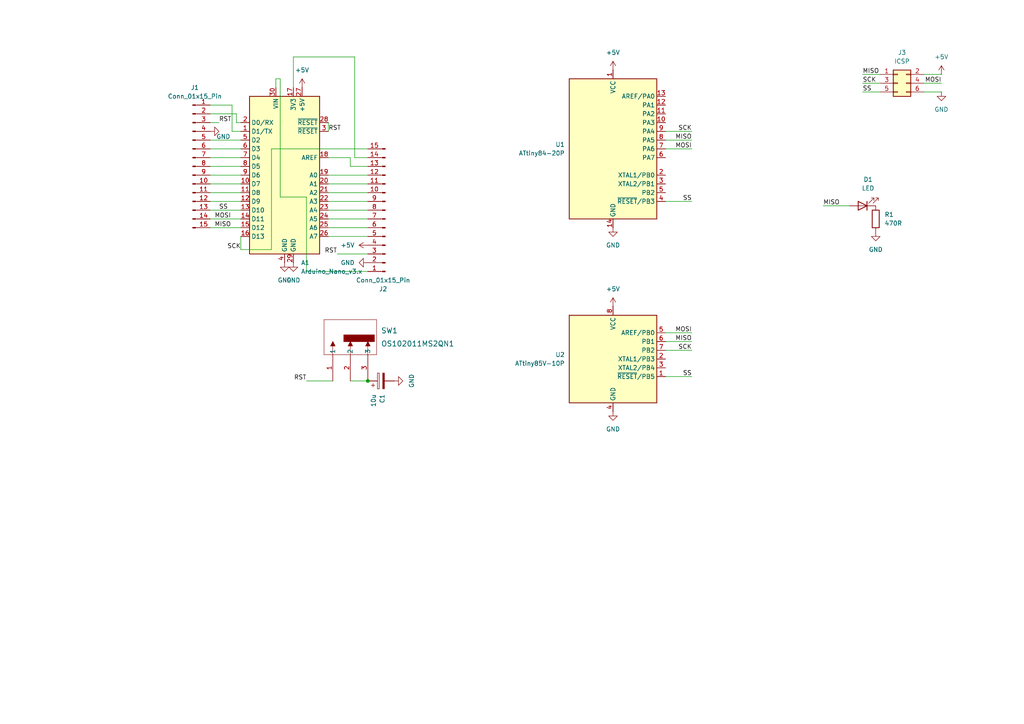
<source format=kicad_sch>
(kicad_sch (version 20231120) (generator "eeschema") (generator_version "8.0")
  (paper "A4")
  (lib_symbols
    (symbol "Connector:Conn_01x15_Pin" (pin_names (offset 1.016) hide)
      (property "Reference" "J" (at 0 20.32 0))
      (property "Value" "Conn_01x15_Pin" (at 0 -20.32 0))
      (symbol "Conn_01x15_Pin_1_1"
        (polyline (pts (xy 1.27 -17.78) (xy 0.8636 -17.78)) (stroke (width 0.1524)))
        (polyline (pts (xy 1.27 -15.24) (xy 0.8636 -15.24)) (stroke (width 0.1524)))
        (polyline (pts (xy 1.27 -12.7) (xy 0.8636 -12.7)) (stroke (width 0.1524)))
        (polyline (pts (xy 1.27 -10.16) (xy 0.8636 -10.16)) (stroke (width 0.1524)))
        (polyline (pts (xy 1.27 -7.62) (xy 0.8636 -7.62)) (stroke (width 0.1524)))
        (polyline (pts (xy 1.27 -5.08) (xy 0.8636 -5.08)) (stroke (width 0.1524)))
        (polyline (pts (xy 1.27 -2.54) (xy 0.8636 -2.54)) (stroke (width 0.1524)))
        (polyline (pts (xy 1.27 0) (xy 0.8636 0)) (stroke (width 0.1524)))
        (polyline (pts (xy 1.27 2.54) (xy 0.8636 2.54)) (stroke (width 0.1524)))
        (polyline (pts (xy 1.27 5.08) (xy 0.8636 5.08)) (stroke (width 0.1524)))
        (polyline (pts (xy 1.27 7.62) (xy 0.8636 7.62)) (stroke (width 0.1524)))
        (polyline (pts (xy 1.27 10.16) (xy 0.8636 10.16)) (stroke (width 0.1524)))
        (polyline (pts (xy 1.27 12.7) (xy 0.8636 12.7)) (stroke (width 0.1524)))
        (polyline (pts (xy 1.27 15.24) (xy 0.8636 15.24)) (stroke (width 0.1524)))
        (polyline (pts (xy 1.27 17.78) (xy 0.8636 17.78)) (stroke (width 0.1524)))
        (rectangle (start 0.8636 -17.653) (end 0 -17.907) (stroke (width 0.1524)) (fill (type outline)))
        (rectangle (start 0.8636 -15.113) (end 0 -15.367) (stroke (width 0.1524)) (fill (type outline)))
        (rectangle (start 0.8636 -12.573) (end 0 -12.827) (stroke (width 0.1524)) (fill (type outline)))
        (rectangle (start 0.8636 -10.033) (end 0 -10.287) (stroke (width 0.1524)) (fill (type outline)))
        (rectangle (start 0.8636 -7.493) (end 0 -7.747) (stroke (width 0.1524)) (fill (type outline)))
        (rectangle (start 0.8636 -4.953) (end 0 -5.207) (stroke (width 0.1524)) (fill (type outline)))
        (rectangle (start 0.8636 -2.413) (end 0 -2.667) (stroke (width 0.1524)) (fill (type outline)))
        (rectangle (start 0.8636 0.127) (end 0 -0.127) (stroke (width 0.1524)) (fill (type outline)))
        (rectangle (start 0.8636 2.667) (end 0 2.413) (stroke (width 0.1524)) (fill (type outline)))
        (rectangle (start 0.8636 5.207) (end 0 4.953) (stroke (width 0.1524)) (fill (type outline)))
        (rectangle (start 0.8636 7.747) (end 0 7.493) (stroke (width 0.1524)) (fill (type outline)))
        (rectangle (start 0.8636 10.287) (end 0 10.033) (stroke (width 0.1524)) (fill (type outline)))
        (rectangle (start 0.8636 12.827) (end 0 12.573) (stroke (width 0.1524)) (fill (type outline)))
        (rectangle (start 0.8636 15.367) (end 0 15.113) (stroke (width 0.1524)) (fill (type outline)))
        (rectangle (start 0.8636 17.907) (end 0 17.653) (stroke (width 0.1524)) (fill (type outline)))
        (pin passive line (at 5.08 17.78 180) (length 3.81) (name "Pin_1") (number "1"))
        (pin passive line (at 5.08 -5.08 180) (length 3.81) (name "Pin_10") (number "10"))
        (pin passive line (at 5.08 -7.62 180) (length 3.81) (name "Pin_11") (number "11"))
        (pin passive line (at 5.08 -10.16 180) (length 3.81) (name "Pin_12") (number "12"))
        (pin passive line (at 5.08 -12.7 180) (length 3.81) (name "Pin_13") (number "13"))
        (pin passive line (at 5.08 -15.24 180) (length 3.81) (name "Pin_14") (number "14"))
        (pin passive line (at 5.08 -17.78 180) (length 3.81) (name "Pin_15") (number "15"))
        (pin passive line (at 5.08 15.24 180) (length 3.81) (name "Pin_2") (number "2"))
        (pin passive line (at 5.08 12.7 180) (length 3.81) (name "Pin_3") (number "3"))
        (pin passive line (at 5.08 10.16 180) (length 3.81) (name "Pin_4") (number "4"))
        (pin passive line (at 5.08 7.62 180) (length 3.81) (name "Pin_5") (number "5"))
        (pin passive line (at 5.08 5.08 180) (length 3.81) (name "Pin_6") (number "6"))
        (pin passive line (at 5.08 2.54 180) (length 3.81) (name "Pin_7") (number "7"))
        (pin passive line (at 5.08 0 180) (length 3.81) (name "Pin_8") (number "8"))
        (pin passive line (at 5.08 -2.54 180) (length 3.81) (name "Pin_9") (number "9"))
      )
    )
    (symbol "Connector_Generic:Conn_02x03_Odd_Even" (pin_names (offset 1.016) hide)
      (property "Reference" "J" (at 1.27 5.08 0))
      (property "Value" "Conn_02x03_Odd_Even" (at 1.27 -5.08 0))
      (symbol "Conn_02x03_Odd_Even_1_1"
        (rectangle (start -1.27 -2.413) (end 0 -2.667) (stroke (width 0.1524)))
        (rectangle (start -1.27 0.127) (end 0 -0.127) (stroke (width 0.1524)))
        (rectangle (start -1.27 2.667) (end 0 2.413) (stroke (width 0.1524)))
        (rectangle (start -1.27 3.81) (end 3.81 -3.81) (stroke (width 0.254)) (fill (type background)))
        (rectangle (start 3.81 -2.413) (end 2.54 -2.667) (stroke (width 0.1524)))
        (rectangle (start 3.81 0.127) (end 2.54 -0.127) (stroke (width 0.1524)))
        (rectangle (start 3.81 2.667) (end 2.54 2.413) (stroke (width 0.1524)))
        (pin passive line (at -5.08 2.54 0) (length 3.81) (name "Pin_1") (number "1"))
        (pin passive line (at 7.62 2.54 180) (length 3.81) (name "Pin_2") (number "2"))
        (pin passive line (at -5.08 0 0) (length 3.81) (name "Pin_3") (number "3"))
        (pin passive line (at 7.62 0 180) (length 3.81) (name "Pin_4") (number "4"))
        (pin passive line (at -5.08 -2.54 0) (length 3.81) (name "Pin_5") (number "5"))
        (pin passive line (at 7.62 -2.54 180) (length 3.81) (name "Pin_6") (number "6"))
      )
    )
    (symbol "Device:C_Polarized" (pin_numbers hide) (pin_names (offset 0.254))
      (property "Reference" "C" (at 0.635 2.54 0))
      (property "Value" "C_Polarized" (at 0.635 -2.54 0))
      (symbol "C_Polarized_0_1"
        (rectangle (start -2.286 0.508) (end 2.286 1.016))
        (polyline (pts (xy -1.778 2.286) (xy -0.762 2.286)))
        (polyline (pts (xy -1.27 2.794) (xy -1.27 1.778)))
        (rectangle (start 2.286 -0.508) (end -2.286 -1.016) (fill (type outline)))
      )
      (symbol "C_Polarized_1_1"
        (pin passive line (at 0 3.81 270) (length 2.794) (name "~") (number "1"))
        (pin passive line (at 0 -3.81 90) (length 2.794) (name "~") (number "2"))
      )
    )
    (symbol "Device:LED" (pin_numbers hide) (pin_names (offset 1.016) hide)
      (property "Reference" "D" (at 0 2.54 0))
      (property "Value" "LED" (at 0 -2.54 0))
      (symbol "LED_0_1"
        (polyline (pts (xy -1.27 -1.27) (xy -1.27 1.27)) (stroke (width 0.254)))
        (polyline (pts (xy -1.27 0) (xy 1.27 0)))
        (polyline (pts (xy 1.27 -1.27) (xy 1.27 1.27) (xy -1.27 0) (xy 1.27 -1.27)) (stroke (width 0.254)))
        (polyline (pts (xy -3.048 -0.762) (xy -4.572 -2.286) (xy -3.81 -2.286) (xy -4.572 -2.286) (xy -4.572 -1.524)))
        (polyline (pts (xy -1.778 -0.762) (xy -3.302 -2.286) (xy -2.54 -2.286) (xy -3.302 -2.286) (xy -3.302 -1.524)))
      )
      (symbol "LED_1_1"
        (pin passive line (at -3.81 0 0) (length 2.54) (name "K") (number "1"))
        (pin passive line (at 3.81 0 180) (length 2.54) (name "A") (number "2"))
      )
    )
    (symbol "Device:R" (pin_numbers hide) (pin_names (offset 0))
      (property "Reference" "R" (at 2.032 0 90))
      (property "Value" "R" (at 0 0 90))
      (symbol "R_0_1"
        (rectangle (start -1.016 -2.54) (end 1.016 2.54) (stroke (width 0.254)))
      )
      (symbol "R_1_1"
        (pin passive line (at 0 3.81 270) (length 1.27) (name "~") (number "1"))
        (pin passive line (at 0 -3.81 90) (length 1.27) (name "~") (number "2"))
      )
    )
    (symbol "MCU_Microchip_ATtiny:ATtiny84-20P"
      (property "Reference" "U" (at -12.7 21.59 0))
      (property "Value" "ATtiny84-20P" (at 2.54 -21.59 0))
      (symbol "ATtiny84-20P_0_1"
        (rectangle (start -12.7 -20.32) (end 12.7 20.32) (stroke (width 0.254)) (fill (type background)))
      )
      (symbol "ATtiny84-20P_1_1"
        (pin power_in line (at 0 22.86 270) (length 2.54) (name "VCC") (number "1"))
        (pin bidirectional line (at 15.24 7.62 180) (length 2.54) (name "PA3") (number "10"))
        (pin bidirectional line (at 15.24 10.16 180) (length 2.54) (name "PA2") (number "11"))
        (pin bidirectional line (at 15.24 12.7 180) (length 2.54) (name "PA1") (number "12"))
        (pin bidirectional line (at 15.24 15.24 180) (length 2.54) (name "AREF/PA0") (number "13"))
        (pin power_in line (at 0 -22.86 90) (length 2.54) (name "GND") (number "14"))
        (pin bidirectional line (at 15.24 -7.62 180) (length 2.54) (name "XTAL1/PB0") (number "2"))
        (pin bidirectional line (at 15.24 -10.16 180) (length 2.54) (name "XTAL2/PB1") (number "3"))
        (pin bidirectional line (at 15.24 -15.24 180) (length 2.54) (name "~{RESET}/PB3") (number "4"))
        (pin bidirectional line (at 15.24 -12.7 180) (length 2.54) (name "PB2") (number "5"))
        (pin bidirectional line (at 15.24 -2.54 180) (length 2.54) (name "PA7") (number "6"))
        (pin bidirectional line (at 15.24 0 180) (length 2.54) (name "PA6") (number "7"))
        (pin bidirectional line (at 15.24 2.54 180) (length 2.54) (name "PA5") (number "8"))
        (pin bidirectional line (at 15.24 5.08 180) (length 2.54) (name "PA4") (number "9"))
      )
    )
    (symbol "MCU_Microchip_ATtiny:ATtiny85V-10P"
      (property "Reference" "U" (at -12.7 13.97 0))
      (property "Value" "ATtiny85V-10P" (at 2.54 -13.97 0))
      (symbol "ATtiny85V-10P_0_1"
        (rectangle (start -12.7 -12.7) (end 12.7 12.7) (stroke (width 0.254)) (fill (type background)))
      )
      (symbol "ATtiny85V-10P_1_1"
        (pin bidirectional line (at 15.24 -5.08 180) (length 2.54) (name "~{RESET}/PB5") (number "1"))
        (pin bidirectional line (at 15.24 0 180) (length 2.54) (name "XTAL1/PB3") (number "2"))
        (pin bidirectional line (at 15.24 -2.54 180) (length 2.54) (name "XTAL2/PB4") (number "3"))
        (pin power_in line (at 0 -15.24 90) (length 2.54) (name "GND") (number "4"))
        (pin bidirectional line (at 15.24 7.62 180) (length 2.54) (name "AREF/PB0") (number "5"))
        (pin bidirectional line (at 15.24 5.08 180) (length 2.54) (name "PB1") (number "6"))
        (pin bidirectional line (at 15.24 2.54 180) (length 2.54) (name "PB2") (number "7"))
        (pin power_in line (at 0 15.24 270) (length 2.54) (name "VCC") (number "8"))
      )
    )
    (symbol "MCU_Module:Arduino_Nano_v3.x"
      (property "Reference" "A" (at -10.16 23.495 0))
      (property "Value" "Arduino_Nano_v3.x" (at 5.08 -24.13 0))
      (symbol "Arduino_Nano_v3.x_0_1"
        (rectangle (start -10.16 22.86) (end 10.16 -22.86) (stroke (width 0.254)) (fill (type background)))
      )
      (symbol "Arduino_Nano_v3.x_1_1"
        (pin bidirectional line (at -12.7 12.7 0) (length 2.54) (name "D1/TX") (number "1"))
        (pin bidirectional line (at -12.7 -2.54 0) (length 2.54) (name "D7") (number "10"))
        (pin bidirectional line (at -12.7 -5.08 0) (length 2.54) (name "D8") (number "11"))
        (pin bidirectional line (at -12.7 -7.62 0) (length 2.54) (name "D9") (number "12"))
        (pin bidirectional line (at -12.7 -10.16 0) (length 2.54) (name "D10") (number "13"))
        (pin bidirectional line (at -12.7 -12.7 0) (length 2.54) (name "D11") (number "14"))
        (pin bidirectional line (at -12.7 -15.24 0) (length 2.54) (name "D12") (number "15"))
        (pin bidirectional line (at -12.7 -17.78 0) (length 2.54) (name "D13") (number "16"))
        (pin power_out line (at 2.54 25.4 270) (length 2.54) (name "3V3") (number "17"))
        (pin input line (at 12.7 5.08 180) (length 2.54) (name "AREF") (number "18"))
        (pin bidirectional line (at 12.7 0 180) (length 2.54) (name "A0") (number "19"))
        (pin bidirectional line (at -12.7 15.24 0) (length 2.54) (name "D0/RX") (number "2"))
        (pin bidirectional line (at 12.7 -2.54 180) (length 2.54) (name "A1") (number "20"))
        (pin bidirectional line (at 12.7 -5.08 180) (length 2.54) (name "A2") (number "21"))
        (pin bidirectional line (at 12.7 -7.62 180) (length 2.54) (name "A3") (number "22"))
        (pin bidirectional line (at 12.7 -10.16 180) (length 2.54) (name "A4") (number "23"))
        (pin bidirectional line (at 12.7 -12.7 180) (length 2.54) (name "A5") (number "24"))
        (pin bidirectional line (at 12.7 -15.24 180) (length 2.54) (name "A6") (number "25"))
        (pin bidirectional line (at 12.7 -17.78 180) (length 2.54) (name "A7") (number "26"))
        (pin power_out line (at 5.08 25.4 270) (length 2.54) (name "+5V") (number "27"))
        (pin input line (at 12.7 15.24 180) (length 2.54) (name "~{RESET}") (number "28"))
        (pin power_in line (at 2.54 -25.4 90) (length 2.54) (name "GND") (number "29"))
        (pin input line (at 12.7 12.7 180) (length 2.54) (name "~{RESET}") (number "3"))
        (pin power_in line (at -2.54 25.4 270) (length 2.54) (name "VIN") (number "30"))
        (pin power_in line (at 0 -25.4 90) (length 2.54) (name "GND") (number "4"))
        (pin bidirectional line (at -12.7 10.16 0) (length 2.54) (name "D2") (number "5"))
        (pin bidirectional line (at -12.7 7.62 0) (length 2.54) (name "D3") (number "6"))
        (pin bidirectional line (at -12.7 5.08 0) (length 2.54) (name "D4") (number "7"))
        (pin bidirectional line (at -12.7 2.54 0) (length 2.54) (name "D5") (number "8"))
        (pin bidirectional line (at -12.7 0 0) (length 2.54) (name "D6") (number "9"))
      )
    )
    (symbol "OS102011MS2QN1:OS102011MS2QN1" (pin_names (offset 0.254))
      (property "Reference" "SW" (at 13.97 8.255 0))
      (property "Value" "OS102011MS2QN1" (at 20.32 5.08 0))
      (symbol "OS102011MS2QN1_0_1"
        (polyline (pts (xy 7.62 -12.7) (xy 17.78 -12.7)) (stroke (width 0.127)))
        (polyline (pts (xy 7.62 -10.16) (xy 11.43 -10.16)) (stroke (width 0.127)))
        (polyline (pts (xy 7.62 -5.08) (xy 11.43 -5.08)) (stroke (width 0.127)))
        (polyline (pts (xy 7.62 0) (xy 11.43 0)) (stroke (width 0.127)))
        (polyline (pts (xy 7.62 2.54) (xy 7.62 -12.7)) (stroke (width 0.127)))
        (polyline (pts (xy 10.16 -9.525) (xy 10.16 -10.795)) (stroke (width 0.127)))
        (polyline (pts (xy 10.16 -4.445) (xy 10.16 -5.715)) (stroke (width 0.127)))
        (polyline (pts (xy 10.16 0.635) (xy 10.16 -0.635)) (stroke (width 0.127)))
        (polyline (pts (xy 11.43 -12.065) (xy 13.335 -12.065)) (stroke (width 0.127)))
        (polyline (pts (xy 11.43 -10.16) (xy 10.16 -10.795)) (stroke (width 0.127)))
        (polyline (pts (xy 11.43 -10.16) (xy 10.16 -9.525)) (stroke (width 0.127)))
        (polyline (pts (xy 11.43 -5.08) (xy 10.16 -5.715)) (stroke (width 0.127)))
        (polyline (pts (xy 11.43 -5.08) (xy 10.16 -4.445)) (stroke (width 0.127)))
        (polyline (pts (xy 11.43 -3.175) (xy 11.43 -12.065)) (stroke (width 0.127)))
        (polyline (pts (xy 11.43 0) (xy 10.16 -0.635)) (stroke (width 0.127)))
        (polyline (pts (xy 11.43 0) (xy 10.16 0.635)) (stroke (width 0.127)))
        (polyline (pts (xy 13.335 -12.065) (xy 13.335 -3.175)) (stroke (width 0.127)))
        (polyline (pts (xy 13.335 -3.175) (xy 11.43 -3.175)) (stroke (width 0.127)))
        (polyline (pts (xy 17.78 -12.7) (xy 17.78 2.54)) (stroke (width 0.127)))
        (polyline (pts (xy 17.78 2.54) (xy 7.62 2.54)) (stroke (width 0.127)))
        (polyline (pts (xy 10.16 -9.525) (xy 10.16 -10.795) (xy 11.43 -10.16)) (fill (type outline)))
        (polyline (pts (xy 10.16 -4.445) (xy 10.16 -5.715) (xy 11.43 -5.08)) (fill (type outline)))
        (polyline (pts (xy 10.16 0.635) (xy 10.16 -0.635) (xy 11.43 0)) (fill (type outline)))
        (polyline (pts (xy 11.43 -3.175) (xy 11.43 -12.065) (xy 13.335 -12.065) (xy 13.335 -3.175)) (fill (type outline)))
        (pin unspecified line (at 0 0 0) (length 7.62) (name "1") (number "1"))
        (pin unspecified line (at 0 -5.08 0) (length 7.62) (name "2") (number "2"))
        (pin unspecified line (at 0 -10.16 0) (length 7.62) (name "3") (number "3"))
      )
    )
    (symbol "power:+5V" (power) (pin_numbers hide) (pin_names (offset 0) hide)
      (property "Value" "+5V" (at 0 3.556 0))
      (symbol "+5V_0_1"
        (polyline (pts (xy -0.762 1.27) (xy 0 2.54)))
        (polyline (pts (xy 0 0) (xy 0 2.54)))
        (polyline (pts (xy 0 2.54) (xy 0.762 1.27)))
      )
      (symbol "+5V_1_1"
        (pin power_in line (at 0 0 90) (length 0) (name "~") (number "1"))
      )
    )
    (symbol "power:GND" (power) (pin_numbers hide) (pin_names (offset 0) hide)
      (property "Value" "GND" (at 0 -3.81 0))
      (symbol "GND_0_1"
        (polyline (pts (xy 0 0) (xy 0 -1.27) (xy 1.27 -1.27) (xy 0 -2.54) (xy -1.27 -1.27) (xy 0 -1.27)))
      )
      (symbol "GND_1_1"
        (pin power_in line (at 0 0 270) (length 0) (name "~") (number "1"))
      )
    )
  )
  (junction (at 106.68 110.49))
  (wire (pts (xy 95.25 50.8) (xy 106.68 50.8)))
  (wire (pts (xy 68.58 35.56) (xy 68.58 33.02)))
  (wire (pts (xy 273.05 24.13) (xy 267.97 24.13)))
  (wire (pts (xy 95.25 58.42) (xy 106.68 58.42)))
  (wire (pts (xy 95.25 35.56) (xy 95.25 38.1)))
  (wire (pts (xy 80.01 22.86) (xy 80.01 25.4)))
  (wire (pts (xy 200.66 109.22) (xy 193.04 109.22)))
  (wire (pts (xy 85.09 16.51) (xy 102.87 16.51)))
  (wire (pts (xy 200.66 43.18) (xy 193.04 43.18)))
  (wire (pts (xy 102.87 16.51) (xy 102.87 45.72)))
  (wire (pts (xy 68.58 35.56) (xy 69.85 35.56)))
  (wire (pts (xy 68.58 33.02) (xy 60.96 33.02)))
  (wire (pts (xy 78.74 43.18) (xy 106.68 43.18)))
  (wire (pts (xy 67.31 38.1) (xy 67.31 30.48)))
  (wire (pts (xy 63.5 35.56) (xy 60.96 35.56)))
  (wire (pts (xy 102.87 45.72) (xy 106.68 45.72)))
  (wire (pts (xy 78.74 72.39) (xy 78.74 43.18)))
  (wire (pts (xy 273.05 21.59) (xy 267.97 21.59)))
  (wire (pts (xy 101.6 48.26) (xy 106.68 48.26)))
  (wire (pts (xy 60.96 55.88) (xy 69.85 55.88)))
  (wire (pts (xy 250.19 24.13) (xy 255.27 24.13)))
  (wire (pts (xy 67.31 30.48) (xy 60.96 30.48)))
  (wire (pts (xy 95.25 60.96) (xy 106.68 60.96)))
  (wire (pts (xy 106.68 78.74) (xy 88.9 78.74)))
  (wire (pts (xy 60.96 40.64) (xy 69.85 40.64)))
  (wire (pts (xy 95.25 68.58) (xy 106.68 68.58)))
  (wire (pts (xy 69.85 72.39) (xy 69.85 68.58)))
  (wire (pts (xy 250.19 26.67) (xy 255.27 26.67)))
  (wire (pts (xy 60.96 58.42) (xy 69.85 58.42)))
  (wire (pts (xy 88.9 110.49) (xy 96.52 110.49)))
  (wire (pts (xy 60.96 45.72) (xy 69.85 45.72)))
  (wire (pts (xy 88.9 78.74) (xy 88.9 57.15)))
  (wire (pts (xy 200.66 38.1) (xy 193.04 38.1)))
  (wire (pts (xy 250.19 21.59) (xy 255.27 21.59)))
  (wire (pts (xy 101.6 110.49) (xy 106.68 110.49)))
  (wire (pts (xy 200.66 40.64) (xy 193.04 40.64)))
  (wire (pts (xy 60.96 53.34) (xy 69.85 53.34)))
  (wire (pts (xy 88.9 57.15) (xy 81.28 57.15)))
  (wire (pts (xy 60.96 66.04) (xy 69.85 66.04)))
  (wire (pts (xy 95.25 55.88) (xy 106.68 55.88)))
  (wire (pts (xy 95.25 66.04) (xy 106.68 66.04)))
  (wire (pts (xy 60.96 60.96) (xy 69.85 60.96)))
  (wire (pts (xy 85.09 25.4) (xy 85.09 16.51)))
  (wire (pts (xy 200.66 99.06) (xy 193.04 99.06)))
  (wire (pts (xy 200.66 96.52) (xy 193.04 96.52)))
  (wire (pts (xy 273.05 26.67) (xy 267.97 26.67)))
  (wire (pts (xy 60.96 63.5) (xy 69.85 63.5)))
  (wire (pts (xy 97.79 73.66) (xy 106.68 73.66)))
  (wire (pts (xy 101.6 45.72) (xy 101.6 48.26)))
  (wire (pts (xy 95.25 45.72) (xy 101.6 45.72)))
  (wire (pts (xy 81.28 22.86) (xy 80.01 22.86)))
  (wire (pts (xy 69.85 38.1) (xy 67.31 38.1)))
  (wire (pts (xy 200.66 58.42) (xy 193.04 58.42)))
  (wire (pts (xy 81.28 57.15) (xy 81.28 22.86)))
  (wire (pts (xy 200.66 101.6) (xy 193.04 101.6)))
  (wire (pts (xy 69.85 72.39) (xy 78.74 72.39)))
  (wire (pts (xy 60.96 48.26) (xy 69.85 48.26)))
  (wire (pts (xy 95.25 63.5) (xy 106.68 63.5)))
  (wire (pts (xy 60.96 50.8) (xy 69.85 50.8)))
  (wire (pts (xy 238.76 59.69) (xy 246.38 59.69)))
  (wire (pts (xy 60.96 43.18) (xy 69.85 43.18)))
  (wire (pts (xy 95.25 53.34) (xy 106.68 53.34)))
  (label "SS" (at 250.19 26.67 0))
  (label "SS" (at 63.5 60.96 0))
  (label "MOSI" (at 200.66 43.18 180))
  (label "RST" (at 88.9 110.49 180))
  (label "SCK" (at 200.66 38.1 180))
  (label "MOSI" (at 200.66 96.52 180))
  (label "SCK" (at 69.85 72.39 180))
  (label "MISO" (at 250.19 21.59 0))
  (label "SCK" (at 250.19 24.13 0))
  (label "MISO" (at 200.66 40.64 180))
  (label "MISO" (at 200.66 99.06 180))
  (label "MISO" (at 238.76 59.69 0))
  (label "RST" (at 63.5 35.56 0))
  (label "MOSI" (at 273.05 24.13 180))
  (label "MISO" (at 62.23 66.04 0))
  (label "RST" (at 95.25 38.1 0))
  (label "SS" (at 200.66 109.22 180))
  (label "SS" (at 200.66 58.42 180))
  (label "RST" (at 97.79 73.66 180))
  (label "SCK" (at 200.66 101.6 180))
  (label "MOSI" (at 62.23 63.5 0))
  (symbol (lib_id "Connector_Generic:Conn_02x03_Odd_Even") (at 260.35 24.13 0) (unit 1)
    (property "Reference" "J3" (at 261.62 15.24 0))
    (property "Value" "ICSP" (at 261.62 17.78 0))
    (property "Footprint" "Connector_PinHeader_2.54mm:PinHeader_2x03_P2.54mm_Vertical" (effects (hide yes)))
    (property "Description" "Generic connector, double row, 02x03, odd/even pin numbering scheme (row 1 odd numbers, row 2 even numbers), script generated (kicad-library-utils/schlib/autogen/connector/)" (effects (hide yes)))
  )
  (symbol (lib_id "Device:LED") (at 250.19 59.69 180) (unit 1)
    (property "Reference" "D1" (at 251.7775 52.07 0))
    (property "Value" "LED" (at 251.7775 54.61 0))
    (property "Footprint" "LED_THT:LED_D4.0mm" (effects (hide yes)))
    (property "Description" "Light emitting diode" (effects (hide yes)))
  )
  (symbol (lib_id "Connector:Conn_01x15_Pin") (at 111.76 60.96 180) (unit 1)
    (property "Reference" "J2" (at 111.125 83.82 0))
    (property "Value" "Conn_01x15_Pin" (at 111.125 81.28 0))
    (property "Footprint" "Connector_PinHeader_2.54mm:PinHeader_1x15_P2.54mm_Vertical" (effects (hide yes)))
    (property "Description" "Generic connector, single row, 01x15, script generated" (effects (hide yes)))
  )
  (symbol (lib_id "MCU_Microchip_ATtiny:ATtiny85V-10P") (at 177.8 104.14 0) (unit 1)
    (property "Reference" "U2" (at 163.83 102.8699 0) (effects (justify right)))
    (property "Value" "ATtiny85V-10P" (at 163.83 105.4099 0) (effects (justify right)))
    (property "Footprint" "Package_DIP:DIP-8_W7.62mm" (effects (hide yes)))
    (property "Datasheet" "http://ww1.microchip.com/downloads/en/DeviceDoc/atmel-2586-avr-8-bit-microcontroller-attiny25-attiny45-attiny85_datasheet.pdf" (effects (hide yes)))
    (property "Description" "10MHz, 8kB Flash, 512B SRAM, 512B EEPROM, debugWIRE, DIP-8" (effects (hide yes)))
  )
  (symbol (lib_id "power:+5V") (at 177.8 20.32 0) (unit 1)
    (property "Reference" "#PWR010" (effects (hide yes)))
    (property "Value" "+5V" (at 177.8 15.24 0))
    (property "Description" "Power symbol creates a global label with name \"+5V\"" (effects (hide yes)))
  )
  (symbol (lib_id "Device:R") (at 254 63.5 0) (unit 1)
    (property "Reference" "R1" (at 256.54 62.2299 0) (effects (justify left)))
    (property "Value" "470R" (at 256.54 64.7699 0) (effects (justify left)))
    (property "Footprint" "Resistor_THT:R_Axial_DIN0207_L6.3mm_D2.5mm_P10.16mm_Horizontal" (effects (hide yes)))
    (property "Description" "Resistor" (effects (hide yes)))
  )
  (symbol (lib_id "power:+5V") (at 106.68 71.12 90) (unit 1)
    (property "Reference" "#PWR05" (effects (hide yes)))
    (property "Value" "+5V" (at 102.87 71.1199 90) (effects (justify left)))
    (property "Description" "Power symbol creates a global label with name \"+5V\"" (effects (hide yes)))
  )
  (symbol (lib_id "power:GND") (at 177.8 66.04 0) (unit 1)
    (property "Reference" "#PWR012" (effects (hide yes)))
    (property "Value" "GND" (at 177.8 71.12 0))
    (property "Description" "Power symbol creates a global label with name \"GND\" , ground" (effects (hide yes)))
  )
  (symbol (lib_id "power:GND") (at 85.09 76.2 0) (unit 1)
    (property "Reference" "#PWR02" (effects (hide yes)))
    (property "Value" "GND" (at 85.09 81.28 0))
    (property "Description" "Power symbol creates a global label with name \"GND\" , ground" (effects (hide yes)))
  )
  (symbol (lib_id "power:GND") (at 82.55 76.2 0) (unit 1)
    (property "Reference" "#PWR03" (effects (hide yes)))
    (property "Value" "GND" (at 82.55 81.28 0))
    (property "Description" "Power symbol creates a global label with name \"GND\" , ground" (effects (hide yes)))
  )
  (symbol (lib_id "power:GND") (at 273.05 26.67 0) (unit 1)
    (property "Reference" "#PWR09" (effects (hide yes)))
    (property "Value" "GND" (at 273.05 31.75 0))
    (property "Description" "Power symbol creates a global label with name \"GND\" , ground" (effects (hide yes)))
  )
  (symbol (lib_id "power:GND") (at 106.68 76.2 270) (unit 1)
    (property "Reference" "#PWR06" (effects (hide yes)))
    (property "Value" "GND" (at 102.87 76.1999 90) (effects (justify right)))
    (property "Description" "Power symbol creates a global label with name \"GND\" , ground" (effects (hide yes)))
  )
  (symbol (lib_id "power:+5V") (at 87.63 25.4 0) (unit 1)
    (property "Reference" "#PWR01" (effects (hide yes)))
    (property "Value" "+5V" (at 87.63 20.32 0))
    (property "Description" "Power symbol creates a global label with name \"+5V\"" (effects (hide yes)))
  )
  (symbol (lib_id "power:+5V") (at 177.8 88.9 0) (unit 1)
    (property "Reference" "#PWR011" (effects (hide yes)))
    (property "Value" "+5V" (at 177.8 83.82 0))
    (property "Description" "Power symbol creates a global label with name \"+5V\"" (effects (hide yes)))
  )
  (symbol (lib_id "MCU_Module:Arduino_Nano_v3.x") (at 82.55 50.8 0) (unit 1)
    (property "Reference" "A1" (at 87.2841 76.2 0) (effects (justify left)))
    (property "Value" "Arduino_Nano_v3.x" (at 87.2841 78.74 0) (effects (justify left)))
    (property "Footprint" "Module:Arduino_Nano" (effects (hide yes)))
    (property "Datasheet" "http://www.mouser.com/pdfdocs/Gravitech_Arduino_Nano3_0.pdf" (effects (hide yes)))
    (property "Description" "Arduino Nano v3.x" (effects (hide yes)))
  )
  (symbol (lib_id "power:GND") (at 254 67.31 0) (unit 1)
    (property "Reference" "#PWR014" (effects (hide yes)))
    (property "Value" "GND" (at 254 72.39 0))
    (property "Description" "Power symbol creates a global label with name \"GND\" , ground" (effects (hide yes)))
  )
  (symbol (lib_id "OS102011MS2QN1:OS102011MS2QN1") (at 96.52 110.49 90) (unit 1)
    (property "Reference" "SW1" (at 110.49 95.885 90) (effects (font (size 1.524 1.524)) (justify right)))
    (property "Value" "OS102011MS2QN1" (at 110.49 99.695 90) (effects (font (size 1.524 1.524)) (justify right)))
    (property "Footprint" "OS102011MS2QN1:SPDT_OS102011_CNK" (effects (hide yes)))
    (property "Datasheet" "OS102011MS2QN1" (effects (hide yes)))
  )
  (symbol (lib_id "MCU_Microchip_ATtiny:ATtiny84-20P") (at 177.8 43.18 0) (unit 1)
    (property "Reference" "U1" (at 163.83 41.9099 0) (effects (justify right)))
    (property "Value" "ATtiny84-20P" (at 163.83 44.4499 0) (effects (justify right)))
    (property "Footprint" "Package_DIP:DIP-14_W7.62mm" (effects (hide yes)))
    (property "Datasheet" "http://ww1.microchip.com/downloads/en/DeviceDoc/doc8006.pdf" (effects (hide yes)))
    (property "Description" "20MHz, 8kB Flash, 512B SRAM, 512B EEPROM, debugWIRE, DIP-14" (effects (hide yes)))
  )
  (symbol (lib_id "power:+5V") (at 273.05 21.59 0) (unit 1)
    (property "Reference" "#PWR08" (effects (hide yes)))
    (property "Value" "+5V" (at 273.05 16.51 0))
    (property "Description" "Power symbol creates a global label with name \"+5V\"" (effects (hide yes)))
  )
  (symbol (lib_id "Device:C_Polarized") (at 110.49 110.49 90) (unit 1)
    (property "Reference" "C1" (at 110.8711 114.3 0) (effects (justify right)))
    (property "Value" "10u" (at 108.3311 114.3 0) (effects (justify right)))
    (property "Footprint" "Capacitor_THT:CP_Radial_D5.0mm_P2.50mm" (effects (hide yes)))
    (property "Description" "Polarized capacitor" (effects (hide yes)))
  )
  (symbol (lib_id "power:GND") (at 177.8 119.38 0) (unit 1)
    (property "Reference" "#PWR013" (effects (hide yes)))
    (property "Value" "GND" (at 177.8 124.46 0))
    (property "Description" "Power symbol creates a global label with name \"GND\" , ground" (effects (hide yes)))
  )
  (symbol (lib_id "power:GND") (at 60.96 38.1 90) (unit 1)
    (property "Reference" "#PWR04" (effects (hide yes)))
    (property "Value" "GND" (at 62.738 39.624 90) (effects (justify right)))
    (property "Description" "Power symbol creates a global label with name \"GND\" , ground" (effects (hide yes)))
  )
  (symbol (lib_id "power:GND") (at 114.3 110.49 90) (unit 1)
    (property "Reference" "#PWR07" (effects (hide yes)))
    (property "Value" "GND" (at 119.38 110.49 0))
    (property "Description" "Power symbol creates a global label with name \"GND\" , ground" (effects (hide yes)))
  )
  (symbol (lib_id "Connector:Conn_01x15_Pin") (at 55.88 48.26 0) (unit 1)
    (property "Reference" "J1" (at 56.515 25.4 0))
    (property "Value" "Conn_01x15_Pin" (at 56.515 27.94 0))
    (property "Footprint" "Connector_PinHeader_2.54mm:PinHeader_1x15_P2.54mm_Vertical" (effects (hide yes)))
    (property "Description" "Generic connector, single row, 01x15, script generated" (effects (hide yes)))
  )
)
</source>
